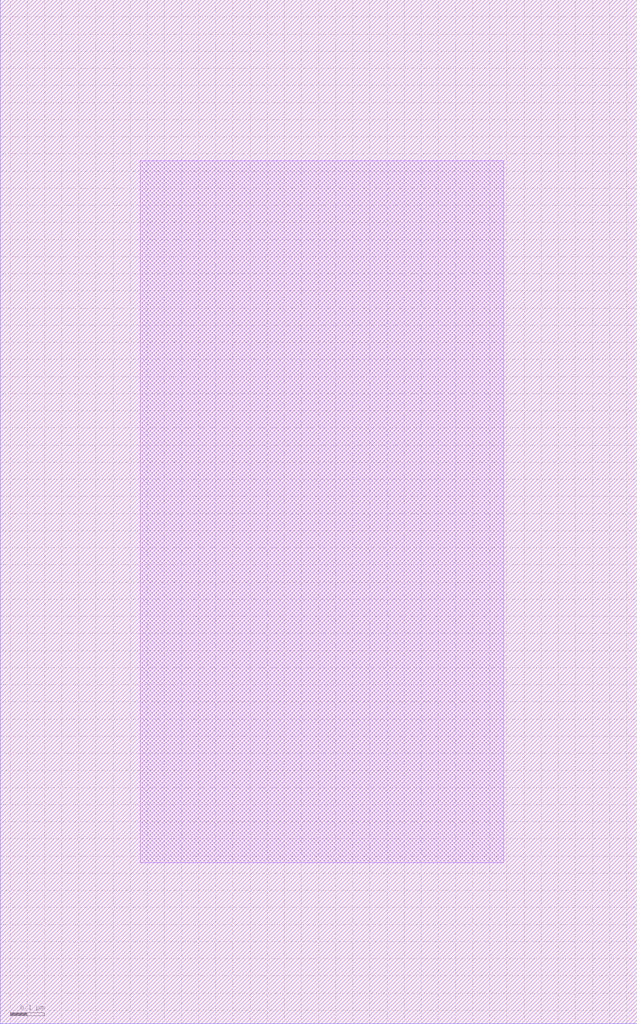
<source format=lef>
VERSION 5.7 ;
  NOWIREEXTENSIONATPIN ON ;
  DIVIDERCHAR "/" ;
  BUSBITCHARS "[]" ;
MACRO /home/bjmuld/work/hilas/fastlane/PDKs/sky130A_hilas/libs.ref/sky130_hilas_sc/mag/sky130_hilas_pTransistorVert01
  CLASS BLOCK ;
  FOREIGN /home/bjmuld/work/hilas/fastlane/PDKs/sky130A_hilas/libs.ref/sky130_hilas_sc/mag/sky130_hilas_pTransistorVert01 ;
  ORIGIN 3.630 4.440 ;
  SIZE 1.860 BY 2.990 ;
  OBS
      LAYER nwell ;
        RECT -3.630 -4.440 -1.770 -1.450 ;
      LAYER li1 ;
        RECT -3.220 -3.970 -2.160 -1.920 ;
  END
END /home/bjmuld/work/hilas/fastlane/PDKs/sky130A_hilas/libs.ref/sky130_hilas_sc/mag/sky130_hilas_pTransistorVert01
END LIBRARY


</source>
